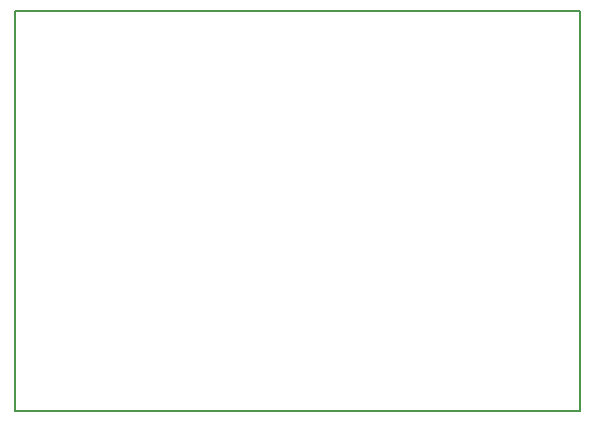
<source format=gm1>
G04 MADE WITH FRITZING*
G04 WWW.FRITZING.ORG*
G04 SINGLE SIDED*
G04 HOLES NOT PLATED*
G04 CONTOUR ON CENTER OF CONTOUR VECTOR*
%ASAXBY*%
%FSLAX23Y23*%
%MOIN*%
%OFA0B0*%
%SFA1.0B1.0*%
%ADD10R,1.889760X1.338580*%
%ADD11C,0.008000*%
%ADD10C,0.008*%
%LNCONTOUR*%
G90*
G70*
G54D10*
G54D11*
X4Y1335D02*
X1886Y1335D01*
X1886Y4D01*
X4Y4D01*
X4Y1335D01*
D02*
G04 End of contour*
M02*
</source>
